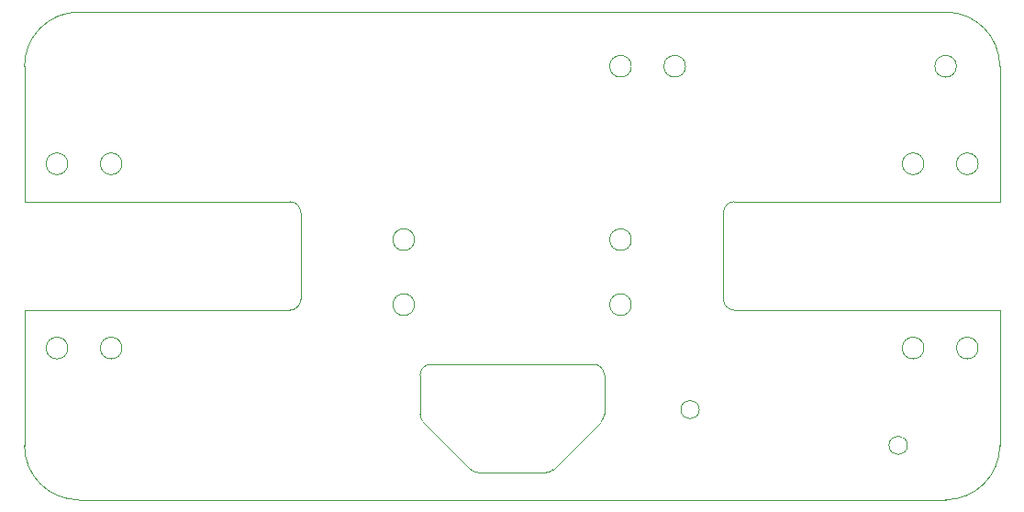
<source format=gm1>
G04 #@! TF.GenerationSoftware,KiCad,Pcbnew,(5.0.0)*
G04 #@! TF.CreationDate,2019-01-28T15:32:59+09:00*
G04 #@! TF.ProjectId,EDAMAMEv3,4544414D414D4576332E6B696361645F,rev?*
G04 #@! TF.SameCoordinates,Original*
G04 #@! TF.FileFunction,Profile,NP*
%FSLAX46Y46*%
G04 Gerber Fmt 4.6, Leading zero omitted, Abs format (unit mm)*
G04 Created by KiCad (PCBNEW (5.0.0)) date 01/28/19 15:32:59*
%MOMM*%
%LPD*%
G01*
G04 APERTURE LIST*
%ADD10C,0.010000*%
%ADD11C,0.100000*%
G04 APERTURE END LIST*
D10*
X104500000Y-63000000D02*
X24500000Y-63000000D01*
D11*
X105500000Y-23000000D02*
G75*
G03X105500000Y-23000000I-1000000J0D01*
G01*
X80500000Y-23000000D02*
G75*
G03X80500000Y-23000000I-1000000J0D01*
G01*
X75500000Y-23000000D02*
G75*
G03X75500000Y-23000000I-1000000J0D01*
G01*
X81767200Y-54677600D02*
G75*
G03X81767200Y-54677600I-850000J0D01*
G01*
X100969600Y-57979600D02*
G75*
G03X100969600Y-57979600I-850000J0D01*
G01*
D10*
X23500000Y-49000000D02*
G75*
G03X23500000Y-49000000I-1000000J0D01*
G01*
X72000000Y-50500000D02*
X57000000Y-50500000D01*
X72000000Y-50500000D02*
G75*
G02X73000000Y-51500000I0J-1000000D01*
G01*
X73000000Y-55085766D02*
G75*
G02X72707107Y-55792893I-1000000J-20D01*
G01*
X68292895Y-60207105D02*
G75*
G02X67585786Y-60500000I-707108J707103D01*
G01*
X61414235Y-60500000D02*
G75*
G02X60707107Y-60207107I-22J999998D01*
G01*
X56292879Y-55792879D02*
G75*
G02X56000000Y-55085787I707121J707093D01*
G01*
X56000000Y-51499998D02*
G75*
G02X57000000Y-50500000I1000000J-2D01*
G01*
X102500000Y-49000000D02*
G75*
G03X102500000Y-49000000I-1000000J0D01*
G01*
X19500000Y-58000000D02*
X19500000Y-45500000D01*
X109500002Y-57999971D02*
G75*
G02X104500000Y-63000000I-4999998J-31D01*
G01*
X19499998Y-23000011D02*
G75*
G02X24500000Y-18000000I5000002J9D01*
G01*
X55500000Y-45000000D02*
G75*
G03X55500000Y-45000000I-1000000J0D01*
G01*
X75500000Y-39000000D02*
G75*
G03X75500000Y-39000000I-1000000J0D01*
G01*
X107500000Y-32000000D02*
G75*
G03X107500000Y-32000000I-1000000J0D01*
G01*
X28500000Y-49000000D02*
G75*
G03X28500000Y-49000000I-1000000J0D01*
G01*
X75500000Y-45000000D02*
G75*
G03X75500000Y-45000000I-1000000J0D01*
G01*
X55500000Y-39000000D02*
G75*
G03X55500000Y-39000000I-1000000J0D01*
G01*
X107500000Y-49000000D02*
G75*
G03X107500000Y-49000000I-1000000J0D01*
G01*
X102500000Y-32000000D02*
G75*
G03X102500000Y-32000000I-1000000J0D01*
G01*
X23500000Y-32000000D02*
G75*
G03X23500000Y-32000000I-1000000J0D01*
G01*
X28500000Y-32000000D02*
G75*
G03X28500000Y-32000000I-1000000J0D01*
G01*
X68292893Y-60207107D02*
X72707107Y-55792893D01*
X73000000Y-55085787D02*
X73000000Y-51500000D01*
X56292893Y-55792893D02*
X60707107Y-60207107D01*
X24500000Y-18000000D02*
X104500000Y-18000000D01*
X84000000Y-36500000D02*
X84000000Y-44500000D01*
X85000000Y-45500000D02*
X109500000Y-45500000D01*
X109500000Y-45500000D02*
X109500000Y-58000000D01*
X19500000Y-45500000D02*
X44000000Y-45500000D01*
X45000000Y-44500000D02*
X45000000Y-36500000D01*
X44000000Y-35500000D02*
X19500000Y-35500000D01*
X19500000Y-35500000D02*
X19500000Y-23000000D01*
X109500000Y-23000000D02*
X109500000Y-35500000D01*
X109500000Y-35500000D02*
X85000000Y-35500000D01*
X24499998Y-62999998D02*
G75*
G02X19500000Y-58000000I-2J4999996D01*
G01*
X45000001Y-44499993D02*
G75*
G02X44000000Y-45500000I-1000000J-7D01*
G01*
X44000001Y-35500001D02*
G75*
G02X45000000Y-36500000I0J-999999D01*
G01*
X104499998Y-17999998D02*
G75*
G02X109500000Y-23000000I-2J-5000004D01*
G01*
X83999999Y-36500007D02*
G75*
G02X85000000Y-35500000I1000000J7D01*
G01*
X84999999Y-45499999D02*
G75*
G02X84000000Y-44500000I0J999999D01*
G01*
X61414214Y-60500000D02*
X67585786Y-60500000D01*
X56000000Y-51500000D02*
X56000000Y-55085787D01*
M02*

</source>
